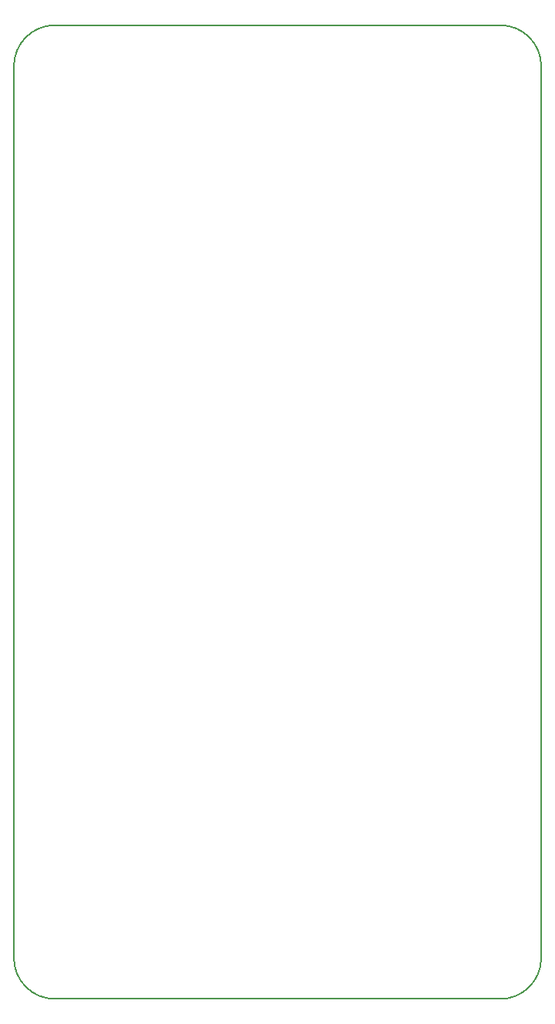
<source format=gm1>
G04 #@! TF.GenerationSoftware,KiCad,Pcbnew,5.0.2-bee76a0~70~ubuntu18.04.1*
G04 #@! TF.CreationDate,2019-06-11T19:18:52-05:00*
G04 #@! TF.ProjectId,ADAPTER_BOARD,41444150-5445-4525-9f42-4f4152442e6b,rev?*
G04 #@! TF.SameCoordinates,Original*
G04 #@! TF.FileFunction,Profile,NP*
%FSLAX46Y46*%
G04 Gerber Fmt 4.6, Leading zero omitted, Abs format (unit mm)*
G04 Created by KiCad (PCBNEW 5.0.2-bee76a0~70~ubuntu18.04.1) date Tue 11 Jun 2019 07:18:52 PM CDT*
%MOMM*%
%LPD*%
G01*
G04 APERTURE LIST*
%ADD10C,0.150000*%
G04 APERTURE END LIST*
D10*
X104000000Y-22500000D02*
G75*
G02X108500000Y-27000000I0J-4500000D01*
G01*
X108500000Y-125000000D02*
G75*
G02X104000000Y-129500000I-4500000J0D01*
G01*
X55000000Y-129500000D02*
G75*
G02X50500000Y-125000000I0J4500000D01*
G01*
X50500000Y-27000000D02*
G75*
G02X55000000Y-22500000I4500000J0D01*
G01*
X50500000Y-27000000D02*
X50500000Y-125000000D01*
X108500000Y-125000000D02*
X108500000Y-27000000D01*
X55000000Y-129500000D02*
X104000000Y-129500000D01*
X55000000Y-22500000D02*
X104000000Y-22500000D01*
M02*

</source>
